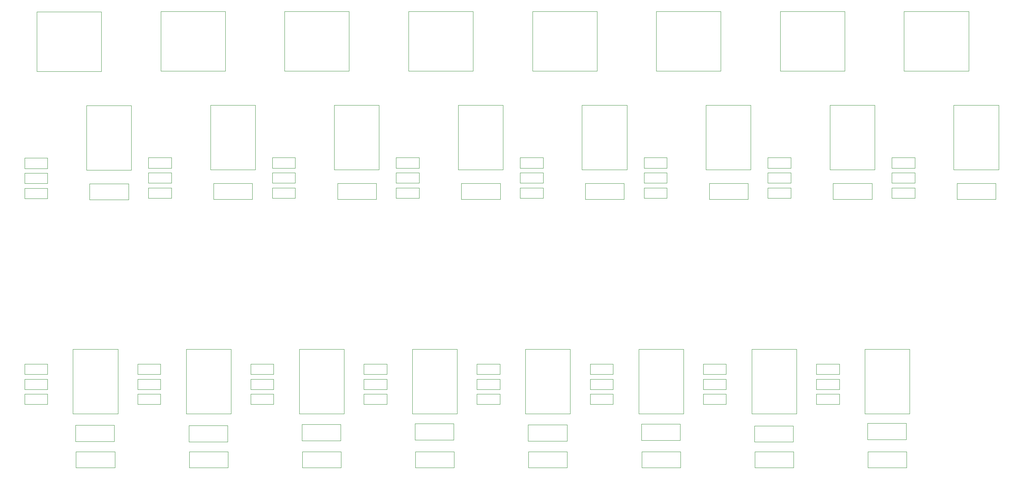
<source format=gbr>
G04 #@! TF.GenerationSoftware,KiCad,Pcbnew,9.0.0*
G04 #@! TF.CreationDate,2025-06-12T15:22:14-04:00*
G04 #@! TF.ProjectId,Oblique Palette 0.5.1 PCB Main,4f626c69-7175-4652-9050-616c65747465,rev?*
G04 #@! TF.SameCoordinates,Original*
G04 #@! TF.FileFunction,Other,User*
%FSLAX46Y46*%
G04 Gerber Fmt 4.6, Leading zero omitted, Abs format (unit mm)*
G04 Created by KiCad (PCBNEW 9.0.0) date 2025-06-12 15:22:14*
%MOMM*%
%LPD*%
G01*
G04 APERTURE LIST*
%ADD10C,0.050000*%
G04 APERTURE END LIST*
D10*
G04 #@! TO.C,J56*
X131675000Y-118380000D02*
X140325000Y-118380000D01*
X131675000Y-121930000D02*
X131675000Y-118380000D01*
X140325000Y-118380000D02*
X140325000Y-121930000D01*
X140325000Y-121930000D02*
X131675000Y-121930000D01*
G04 #@! TO.C,J2*
X30582763Y-112482794D02*
X30582763Y-116082794D01*
X30582763Y-116082794D02*
X39232763Y-116082794D01*
X39232763Y-112482794D02*
X30582763Y-112482794D01*
X39232763Y-116082794D02*
X39232763Y-112482794D01*
G04 #@! TO.C,RV2*
X49567000Y-20170000D02*
X49567000Y-33470000D01*
X49567000Y-33470000D02*
X63967000Y-33470000D01*
X63967000Y-20170000D02*
X49567000Y-20170000D01*
X63967000Y-33470000D02*
X63967000Y-20170000D01*
G04 #@! TO.C,D75*
X170670000Y-102200000D02*
X170670000Y-104500000D01*
X170670000Y-104500000D02*
X175790000Y-104500000D01*
X175790000Y-102200000D02*
X170670000Y-102200000D01*
X175790000Y-104500000D02*
X175790000Y-102200000D01*
G04 #@! TO.C,D2*
X19170000Y-59610000D02*
X19170000Y-61910000D01*
X19170000Y-61910000D02*
X24290000Y-61910000D01*
X24290000Y-59610000D02*
X19170000Y-59610000D01*
X24290000Y-61910000D02*
X24290000Y-59610000D01*
G04 #@! TO.C,RV3*
X77224000Y-20170000D02*
X77224000Y-33470000D01*
X77224000Y-33470000D02*
X91624000Y-33470000D01*
X91624000Y-20170000D02*
X77224000Y-20170000D01*
X91624000Y-33470000D02*
X91624000Y-20170000D01*
G04 #@! TO.C,J42*
X30000000Y-109980000D02*
X30000000Y-95580000D01*
X40000000Y-95580000D02*
X30000000Y-95580000D01*
X40000000Y-109980000D02*
X30000000Y-109980000D01*
X40000000Y-109980000D02*
X40000000Y-95580000D01*
G04 #@! TO.C,D67*
X120170000Y-102200000D02*
X120170000Y-104500000D01*
X120170000Y-104500000D02*
X125290000Y-104500000D01*
X125290000Y-102200000D02*
X120170000Y-102200000D01*
X125290000Y-104500000D02*
X125290000Y-102200000D01*
G04 #@! TO.C,J16*
X33730000Y-58610000D02*
X42380000Y-58610000D01*
X33730000Y-62160000D02*
X33730000Y-58610000D01*
X42380000Y-58610000D02*
X42380000Y-62160000D01*
X42380000Y-62160000D02*
X33730000Y-62160000D01*
G04 #@! TO.C,D58*
X69670000Y-105550000D02*
X69670000Y-107850000D01*
X69670000Y-107850000D02*
X74790000Y-107850000D01*
X74790000Y-105550000D02*
X69670000Y-105550000D01*
X74790000Y-107850000D02*
X74790000Y-105550000D01*
G04 #@! TO.C,D32*
X157455000Y-59520000D02*
X157455000Y-61820000D01*
X157455000Y-61820000D02*
X162575000Y-61820000D01*
X162575000Y-59520000D02*
X157455000Y-59520000D01*
X162575000Y-61820000D02*
X162575000Y-59520000D01*
G04 #@! TO.C,D18*
X74484000Y-52820000D02*
X74484000Y-55120000D01*
X74484000Y-55120000D02*
X79604000Y-55120000D01*
X79604000Y-52820000D02*
X74484000Y-52820000D01*
X79604000Y-55120000D02*
X79604000Y-52820000D01*
G04 #@! TO.C,D78*
X195920000Y-105550000D02*
X195920000Y-107850000D01*
X195920000Y-107850000D02*
X201040000Y-107850000D01*
X201040000Y-105550000D02*
X195920000Y-105550000D01*
X201040000Y-107850000D02*
X201040000Y-105550000D01*
G04 #@! TO.C,D56*
X44420000Y-98850000D02*
X44420000Y-101150000D01*
X44420000Y-101150000D02*
X49540000Y-101150000D01*
X49540000Y-98850000D02*
X44420000Y-98850000D01*
X49540000Y-101150000D02*
X49540000Y-98850000D01*
G04 #@! TO.C,RV8*
X215509000Y-20170000D02*
X215509000Y-33470000D01*
X215509000Y-33470000D02*
X229909000Y-33470000D01*
X229909000Y-20170000D02*
X215509000Y-20170000D01*
X229909000Y-33470000D02*
X229909000Y-20170000D01*
G04 #@! TO.C,D24*
X102141000Y-52820000D02*
X102141000Y-55120000D01*
X102141000Y-55120000D02*
X107261000Y-55120000D01*
X107261000Y-52820000D02*
X102141000Y-52820000D01*
X107261000Y-55120000D02*
X107261000Y-52820000D01*
G04 #@! TO.C,J46*
X55250000Y-109980000D02*
X55250000Y-95580000D01*
X65250000Y-95580000D02*
X55250000Y-95580000D01*
X65250000Y-109980000D02*
X55250000Y-109980000D01*
X65250000Y-109980000D02*
X65250000Y-95580000D01*
G04 #@! TO.C,J44*
X55925000Y-118380000D02*
X64575000Y-118380000D01*
X55925000Y-121930000D02*
X55925000Y-118380000D01*
X64575000Y-118380000D02*
X64575000Y-121930000D01*
X64575000Y-121930000D02*
X55925000Y-121930000D01*
G04 #@! TO.C,D48*
X212769000Y-52820000D02*
X212769000Y-55120000D01*
X212769000Y-55120000D02*
X217889000Y-55120000D01*
X217889000Y-52820000D02*
X212769000Y-52820000D01*
X217889000Y-55120000D02*
X217889000Y-52820000D01*
G04 #@! TO.C,D36*
X157455000Y-52820000D02*
X157455000Y-55120000D01*
X157455000Y-55120000D02*
X162575000Y-55120000D01*
X162575000Y-52820000D02*
X157455000Y-52820000D01*
X162575000Y-55120000D02*
X162575000Y-52820000D01*
G04 #@! TO.C,J31*
X172015000Y-58520000D02*
X180665000Y-58520000D01*
X172015000Y-62070000D02*
X172015000Y-58520000D01*
X180665000Y-58520000D02*
X180665000Y-62070000D01*
X180665000Y-62070000D02*
X172015000Y-62070000D01*
G04 #@! TO.C,J7*
X106343477Y-112158108D02*
X106343477Y-115758108D01*
X106343477Y-115758108D02*
X114993477Y-115758108D01*
X114993477Y-112158108D02*
X106343477Y-112158108D01*
X114993477Y-115758108D02*
X114993477Y-112158108D01*
G04 #@! TO.C,RV4*
X104881000Y-20170000D02*
X104881000Y-33470000D01*
X104881000Y-33470000D02*
X119281000Y-33470000D01*
X119281000Y-20170000D02*
X104881000Y-20170000D01*
X119281000Y-33470000D02*
X119281000Y-20170000D01*
G04 #@! TO.C,D38*
X185112000Y-59520000D02*
X185112000Y-61820000D01*
X185112000Y-61820000D02*
X190232000Y-61820000D01*
X190232000Y-59520000D02*
X185112000Y-59520000D01*
X190232000Y-61820000D02*
X190232000Y-59520000D01*
G04 #@! TO.C,J13*
X182104192Y-112645137D02*
X182104192Y-116245137D01*
X182104192Y-116245137D02*
X190754192Y-116245137D01*
X190754192Y-112645137D02*
X182104192Y-112645137D01*
X190754192Y-116245137D02*
X190754192Y-112645137D01*
G04 #@! TO.C,D76*
X170670000Y-98850000D02*
X170670000Y-101150000D01*
X170670000Y-101150000D02*
X175790000Y-101150000D01*
X175790000Y-98850000D02*
X170670000Y-98850000D01*
X175790000Y-101150000D02*
X175790000Y-98850000D01*
G04 #@! TO.C,D66*
X120170000Y-105550000D02*
X120170000Y-107850000D01*
X120170000Y-107850000D02*
X125290000Y-107850000D01*
X125290000Y-105550000D02*
X120170000Y-105550000D01*
X125290000Y-107850000D02*
X125290000Y-105550000D01*
G04 #@! TO.C,J11*
X156850620Y-112239279D02*
X156850620Y-115839279D01*
X156850620Y-115839279D02*
X165500620Y-115839279D01*
X165500620Y-112239279D02*
X156850620Y-112239279D01*
X165500620Y-115839279D02*
X165500620Y-112239279D01*
G04 #@! TO.C,D64*
X94920000Y-98850000D02*
X94920000Y-101150000D01*
X94920000Y-101150000D02*
X100040000Y-101150000D01*
X100040000Y-98850000D02*
X94920000Y-98850000D01*
X100040000Y-101150000D02*
X100040000Y-98850000D01*
G04 #@! TO.C,RV5*
X132538000Y-20170000D02*
X132538000Y-33470000D01*
X132538000Y-33470000D02*
X146938000Y-33470000D01*
X146938000Y-20170000D02*
X132538000Y-20170000D01*
X146938000Y-33470000D02*
X146938000Y-20170000D01*
G04 #@! TO.C,D8*
X46827000Y-59520000D02*
X46827000Y-61820000D01*
X46827000Y-61820000D02*
X51947000Y-61820000D01*
X51947000Y-59520000D02*
X46827000Y-59520000D01*
X51947000Y-61820000D02*
X51947000Y-59520000D01*
G04 #@! TO.C,J4*
X55836334Y-112563965D02*
X55836334Y-116163965D01*
X55836334Y-116163965D02*
X64486334Y-116163965D01*
X64486334Y-112563965D02*
X55836334Y-112563965D01*
X64486334Y-116163965D02*
X64486334Y-112563965D01*
G04 #@! TO.C,D71*
X145420000Y-102200000D02*
X145420000Y-104500000D01*
X145420000Y-104500000D02*
X150540000Y-104500000D01*
X150540000Y-102200000D02*
X145420000Y-102200000D01*
X150540000Y-104500000D02*
X150540000Y-102200000D01*
G04 #@! TO.C,J25*
X116701000Y-58520000D02*
X125351000Y-58520000D01*
X116701000Y-62070000D02*
X116701000Y-58520000D01*
X125351000Y-58520000D02*
X125351000Y-62070000D01*
X125351000Y-62070000D02*
X116701000Y-62070000D01*
G04 #@! TO.C,J14*
X207357763Y-112076936D02*
X207357763Y-115676936D01*
X207357763Y-115676936D02*
X216007763Y-115676936D01*
X216007763Y-112076936D02*
X207357763Y-112076936D01*
X216007763Y-115676936D02*
X216007763Y-112076936D01*
G04 #@! TO.C,J17*
X33000000Y-41210000D02*
X33000000Y-55610000D01*
X33000000Y-41210000D02*
X43000000Y-41210000D01*
X33000000Y-55610000D02*
X43000000Y-55610000D01*
X43000000Y-41210000D02*
X43000000Y-55610000D01*
G04 #@! TO.C,D74*
X170670000Y-105550000D02*
X170670000Y-107850000D01*
X170670000Y-107850000D02*
X175790000Y-107850000D01*
X175790000Y-105550000D02*
X170670000Y-105550000D01*
X175790000Y-107850000D02*
X175790000Y-105550000D01*
G04 #@! TO.C,D68*
X120170000Y-98850000D02*
X120170000Y-101150000D01*
X120170000Y-101150000D02*
X125290000Y-101150000D01*
X125290000Y-98850000D02*
X120170000Y-98850000D01*
X125290000Y-101150000D02*
X125290000Y-98850000D01*
G04 #@! TO.C,J20*
X60657000Y-41120000D02*
X60657000Y-55520000D01*
X60657000Y-41120000D02*
X70657000Y-41120000D01*
X60657000Y-55520000D02*
X70657000Y-55520000D01*
X70657000Y-41120000D02*
X70657000Y-55520000D01*
G04 #@! TO.C,J40*
X30675000Y-118380000D02*
X39325000Y-118380000D01*
X30675000Y-121930000D02*
X30675000Y-118380000D01*
X39325000Y-118380000D02*
X39325000Y-121930000D01*
X39325000Y-121930000D02*
X30675000Y-121930000D01*
G04 #@! TO.C,J9*
X131597049Y-112401622D02*
X131597049Y-116001622D01*
X131597049Y-116001622D02*
X140247049Y-116001622D01*
X140247049Y-112401622D02*
X131597049Y-112401622D01*
X140247049Y-116001622D02*
X140247049Y-112401622D01*
G04 #@! TO.C,D80*
X195920000Y-98850000D02*
X195920000Y-101150000D01*
X195920000Y-101150000D02*
X201040000Y-101150000D01*
X201040000Y-98850000D02*
X195920000Y-98850000D01*
X201040000Y-101150000D02*
X201040000Y-98850000D01*
G04 #@! TO.C,D3*
X19170000Y-56260000D02*
X19170000Y-58560000D01*
X19170000Y-58560000D02*
X24290000Y-58560000D01*
X24290000Y-56260000D02*
X19170000Y-56260000D01*
X24290000Y-58560000D02*
X24290000Y-56260000D01*
G04 #@! TO.C,D62*
X94920000Y-105550000D02*
X94920000Y-107850000D01*
X94920000Y-107850000D02*
X100040000Y-107850000D01*
X100040000Y-105550000D02*
X94920000Y-105550000D01*
X100040000Y-107850000D02*
X100040000Y-105550000D01*
G04 #@! TO.C,D50*
X19170000Y-105550000D02*
X19170000Y-107850000D01*
X19170000Y-107850000D02*
X24290000Y-107850000D01*
X24290000Y-105550000D02*
X19170000Y-105550000D01*
X24290000Y-107850000D02*
X24290000Y-105550000D01*
G04 #@! TO.C,J32*
X171285000Y-41120000D02*
X171285000Y-55520000D01*
X171285000Y-41120000D02*
X181285000Y-41120000D01*
X171285000Y-55520000D02*
X181285000Y-55520000D01*
X181285000Y-41120000D02*
X181285000Y-55520000D01*
G04 #@! TO.C,D15*
X74484000Y-56170000D02*
X74484000Y-58470000D01*
X74484000Y-58470000D02*
X79604000Y-58470000D01*
X79604000Y-56170000D02*
X74484000Y-56170000D01*
X79604000Y-58470000D02*
X79604000Y-56170000D01*
G04 #@! TO.C,J22*
X89044000Y-58520000D02*
X97694000Y-58520000D01*
X89044000Y-62070000D02*
X89044000Y-58520000D01*
X97694000Y-58520000D02*
X97694000Y-62070000D01*
X97694000Y-62070000D02*
X89044000Y-62070000D01*
G04 #@! TO.C,J66*
X181500000Y-109980000D02*
X181500000Y-95580000D01*
X191500000Y-95580000D02*
X181500000Y-95580000D01*
X191500000Y-109980000D02*
X181500000Y-109980000D01*
X191500000Y-109980000D02*
X191500000Y-95580000D01*
G04 #@! TO.C,J28*
X144358000Y-58520000D02*
X153008000Y-58520000D01*
X144358000Y-62070000D02*
X144358000Y-58520000D01*
X153008000Y-58520000D02*
X153008000Y-62070000D01*
X153008000Y-62070000D02*
X144358000Y-62070000D01*
G04 #@! TO.C,D14*
X74484000Y-59520000D02*
X74484000Y-61820000D01*
X74484000Y-61820000D02*
X79604000Y-61820000D01*
X79604000Y-59520000D02*
X74484000Y-59520000D01*
X79604000Y-61820000D02*
X79604000Y-59520000D01*
G04 #@! TO.C,RV6*
X160195000Y-20170000D02*
X160195000Y-33470000D01*
X160195000Y-33470000D02*
X174595000Y-33470000D01*
X174595000Y-20170000D02*
X160195000Y-20170000D01*
X174595000Y-33470000D02*
X174595000Y-20170000D01*
G04 #@! TO.C,D59*
X69670000Y-102200000D02*
X69670000Y-104500000D01*
X69670000Y-104500000D02*
X74790000Y-104500000D01*
X74790000Y-102200000D02*
X69670000Y-102200000D01*
X74790000Y-104500000D02*
X74790000Y-102200000D01*
G04 #@! TO.C,J62*
X156250000Y-109980000D02*
X156250000Y-95580000D01*
X166250000Y-95580000D02*
X156250000Y-95580000D01*
X166250000Y-109980000D02*
X156250000Y-109980000D01*
X166250000Y-109980000D02*
X166250000Y-95580000D01*
G04 #@! TO.C,D60*
X69670000Y-98850000D02*
X69670000Y-101150000D01*
X69670000Y-101150000D02*
X74790000Y-101150000D01*
X74790000Y-98850000D02*
X69670000Y-98850000D01*
X74790000Y-101150000D02*
X74790000Y-98850000D01*
G04 #@! TO.C,J19*
X61387000Y-58520000D02*
X70037000Y-58520000D01*
X61387000Y-62070000D02*
X61387000Y-58520000D01*
X70037000Y-58520000D02*
X70037000Y-62070000D01*
X70037000Y-62070000D02*
X61387000Y-62070000D01*
G04 #@! TO.C,D30*
X129798000Y-52820000D02*
X129798000Y-55120000D01*
X129798000Y-55120000D02*
X134918000Y-55120000D01*
X134918000Y-52820000D02*
X129798000Y-52820000D01*
X134918000Y-55120000D02*
X134918000Y-52820000D01*
G04 #@! TO.C,D63*
X94920000Y-102200000D02*
X94920000Y-104500000D01*
X94920000Y-104500000D02*
X100040000Y-104500000D01*
X100040000Y-102200000D02*
X94920000Y-102200000D01*
X100040000Y-104500000D02*
X100040000Y-102200000D01*
G04 #@! TO.C,J64*
X182175000Y-118380000D02*
X190825000Y-118380000D01*
X182175000Y-121930000D02*
X182175000Y-118380000D01*
X190825000Y-118380000D02*
X190825000Y-121930000D01*
X190825000Y-121930000D02*
X182175000Y-121930000D01*
G04 #@! TO.C,D42*
X185112000Y-52820000D02*
X185112000Y-55120000D01*
X185112000Y-55120000D02*
X190232000Y-55120000D01*
X190232000Y-52820000D02*
X185112000Y-52820000D01*
X190232000Y-55120000D02*
X190232000Y-52820000D01*
G04 #@! TO.C,J34*
X199672000Y-58520000D02*
X208322000Y-58520000D01*
X199672000Y-62070000D02*
X199672000Y-58520000D01*
X208322000Y-58520000D02*
X208322000Y-62070000D01*
X208322000Y-62070000D02*
X199672000Y-62070000D01*
G04 #@! TO.C,J35*
X198942000Y-41120000D02*
X198942000Y-55520000D01*
X198942000Y-41120000D02*
X208942000Y-41120000D01*
X198942000Y-55520000D02*
X208942000Y-55520000D01*
X208942000Y-41120000D02*
X208942000Y-55520000D01*
G04 #@! TO.C,J23*
X88314000Y-41120000D02*
X88314000Y-55520000D01*
X88314000Y-41120000D02*
X98314000Y-41120000D01*
X88314000Y-55520000D02*
X98314000Y-55520000D01*
X98314000Y-41120000D02*
X98314000Y-55520000D01*
G04 #@! TO.C,J68*
X207425000Y-118380000D02*
X216075000Y-118380000D01*
X207425000Y-121930000D02*
X207425000Y-118380000D01*
X216075000Y-118380000D02*
X216075000Y-121930000D01*
X216075000Y-121930000D02*
X207425000Y-121930000D01*
G04 #@! TO.C,J29*
X143628000Y-41120000D02*
X143628000Y-55520000D01*
X143628000Y-41120000D02*
X153628000Y-41120000D01*
X143628000Y-55520000D02*
X153628000Y-55520000D01*
X153628000Y-41120000D02*
X153628000Y-55520000D01*
G04 #@! TO.C,D26*
X129798000Y-59520000D02*
X129798000Y-61820000D01*
X129798000Y-61820000D02*
X134918000Y-61820000D01*
X134918000Y-59520000D02*
X129798000Y-59520000D01*
X134918000Y-61820000D02*
X134918000Y-59520000D01*
G04 #@! TO.C,J58*
X131000000Y-109980000D02*
X131000000Y-95580000D01*
X141000000Y-95580000D02*
X131000000Y-95580000D01*
X141000000Y-109980000D02*
X131000000Y-109980000D01*
X141000000Y-109980000D02*
X141000000Y-95580000D01*
G04 #@! TO.C,D20*
X102141000Y-59520000D02*
X102141000Y-61820000D01*
X102141000Y-61820000D02*
X107261000Y-61820000D01*
X107261000Y-59520000D02*
X102141000Y-59520000D01*
X107261000Y-61820000D02*
X107261000Y-59520000D01*
G04 #@! TO.C,RV1*
X21910000Y-20260000D02*
X21910000Y-33560000D01*
X21910000Y-33560000D02*
X36310000Y-33560000D01*
X36310000Y-20260000D02*
X21910000Y-20260000D01*
X36310000Y-33560000D02*
X36310000Y-20260000D01*
G04 #@! TO.C,J70*
X206750000Y-109980000D02*
X206750000Y-95580000D01*
X216750000Y-95580000D02*
X206750000Y-95580000D01*
X216750000Y-109980000D02*
X206750000Y-109980000D01*
X216750000Y-109980000D02*
X216750000Y-95580000D01*
G04 #@! TO.C,D21*
X102141000Y-56170000D02*
X102141000Y-58470000D01*
X102141000Y-58470000D02*
X107261000Y-58470000D01*
X107261000Y-56170000D02*
X102141000Y-56170000D01*
X107261000Y-58470000D02*
X107261000Y-56170000D01*
G04 #@! TO.C,D45*
X212769000Y-56170000D02*
X212769000Y-58470000D01*
X212769000Y-58470000D02*
X217889000Y-58470000D01*
X217889000Y-56170000D02*
X212769000Y-56170000D01*
X217889000Y-58470000D02*
X217889000Y-56170000D01*
G04 #@! TO.C,J26*
X115971000Y-41120000D02*
X115971000Y-55520000D01*
X115971000Y-41120000D02*
X125971000Y-41120000D01*
X115971000Y-55520000D02*
X125971000Y-55520000D01*
X125971000Y-41120000D02*
X125971000Y-55520000D01*
G04 #@! TO.C,D72*
X145420000Y-98850000D02*
X145420000Y-101150000D01*
X145420000Y-101150000D02*
X150540000Y-101150000D01*
X150540000Y-98850000D02*
X145420000Y-98850000D01*
X150540000Y-101150000D02*
X150540000Y-98850000D01*
G04 #@! TO.C,D44*
X212769000Y-59520000D02*
X212769000Y-61820000D01*
X212769000Y-61820000D02*
X217889000Y-61820000D01*
X217889000Y-59520000D02*
X212769000Y-59520000D01*
X217889000Y-61820000D02*
X217889000Y-59520000D01*
G04 #@! TO.C,D55*
X44420000Y-102200000D02*
X44420000Y-104500000D01*
X44420000Y-104500000D02*
X49540000Y-104500000D01*
X49540000Y-102200000D02*
X44420000Y-102200000D01*
X49540000Y-104500000D02*
X49540000Y-102200000D01*
G04 #@! TO.C,D39*
X185112000Y-56170000D02*
X185112000Y-58470000D01*
X185112000Y-58470000D02*
X190232000Y-58470000D01*
X190232000Y-56170000D02*
X185112000Y-56170000D01*
X190232000Y-58470000D02*
X190232000Y-56170000D01*
G04 #@! TO.C,J38*
X226599000Y-41120000D02*
X226599000Y-55520000D01*
X226599000Y-41120000D02*
X236599000Y-41120000D01*
X226599000Y-55520000D02*
X236599000Y-55520000D01*
X236599000Y-41120000D02*
X236599000Y-55520000D01*
G04 #@! TO.C,J37*
X227329000Y-58520000D02*
X235979000Y-58520000D01*
X227329000Y-62070000D02*
X227329000Y-58520000D01*
X235979000Y-58520000D02*
X235979000Y-62070000D01*
X235979000Y-62070000D02*
X227329000Y-62070000D01*
G04 #@! TO.C,D27*
X129798000Y-56170000D02*
X129798000Y-58470000D01*
X129798000Y-58470000D02*
X134918000Y-58470000D01*
X134918000Y-56170000D02*
X129798000Y-56170000D01*
X134918000Y-58470000D02*
X134918000Y-56170000D01*
G04 #@! TO.C,D70*
X145420000Y-105550000D02*
X145420000Y-107850000D01*
X145420000Y-107850000D02*
X150540000Y-107850000D01*
X150540000Y-105550000D02*
X145420000Y-105550000D01*
X150540000Y-107850000D02*
X150540000Y-105550000D01*
G04 #@! TO.C,J5*
X81089906Y-112320451D02*
X81089906Y-115920451D01*
X81089906Y-115920451D02*
X89739906Y-115920451D01*
X89739906Y-112320451D02*
X81089906Y-112320451D01*
X89739906Y-115920451D02*
X89739906Y-112320451D01*
G04 #@! TO.C,J54*
X105750000Y-109980000D02*
X105750000Y-95580000D01*
X115750000Y-95580000D02*
X105750000Y-95580000D01*
X115750000Y-109980000D02*
X105750000Y-109980000D01*
X115750000Y-109980000D02*
X115750000Y-95580000D01*
G04 #@! TO.C,D54*
X44420000Y-105550000D02*
X44420000Y-107850000D01*
X44420000Y-107850000D02*
X49540000Y-107850000D01*
X49540000Y-105550000D02*
X44420000Y-105550000D01*
X49540000Y-107850000D02*
X49540000Y-105550000D01*
G04 #@! TO.C,D52*
X19170000Y-98850000D02*
X19170000Y-101150000D01*
X19170000Y-101150000D02*
X24290000Y-101150000D01*
X24290000Y-98850000D02*
X19170000Y-98850000D01*
X24290000Y-101150000D02*
X24290000Y-98850000D01*
G04 #@! TO.C,D6*
X19170000Y-52910000D02*
X19170000Y-55210000D01*
X19170000Y-55210000D02*
X24290000Y-55210000D01*
X24290000Y-52910000D02*
X19170000Y-52910000D01*
X24290000Y-55210000D02*
X24290000Y-52910000D01*
G04 #@! TO.C,D12*
X46827000Y-52820000D02*
X46827000Y-55120000D01*
X46827000Y-55120000D02*
X51947000Y-55120000D01*
X51947000Y-52820000D02*
X46827000Y-52820000D01*
X51947000Y-55120000D02*
X51947000Y-52820000D01*
G04 #@! TO.C,D9*
X46827000Y-56170000D02*
X46827000Y-58470000D01*
X46827000Y-58470000D02*
X51947000Y-58470000D01*
X51947000Y-56170000D02*
X46827000Y-56170000D01*
X51947000Y-58470000D02*
X51947000Y-56170000D01*
G04 #@! TO.C,J48*
X81175000Y-118380000D02*
X89825000Y-118380000D01*
X81175000Y-121930000D02*
X81175000Y-118380000D01*
X89825000Y-118380000D02*
X89825000Y-121930000D01*
X89825000Y-121930000D02*
X81175000Y-121930000D01*
G04 #@! TO.C,D51*
X19170000Y-102200000D02*
X19170000Y-104500000D01*
X19170000Y-104500000D02*
X24290000Y-104500000D01*
X24290000Y-102200000D02*
X19170000Y-102200000D01*
X24290000Y-104500000D02*
X24290000Y-102200000D01*
G04 #@! TO.C,D79*
X195920000Y-102200000D02*
X195920000Y-104500000D01*
X195920000Y-104500000D02*
X201040000Y-104500000D01*
X201040000Y-102200000D02*
X195920000Y-102200000D01*
X201040000Y-104500000D02*
X201040000Y-102200000D01*
G04 #@! TO.C,RV7*
X187852000Y-20170000D02*
X187852000Y-33470000D01*
X187852000Y-33470000D02*
X202252000Y-33470000D01*
X202252000Y-20170000D02*
X187852000Y-20170000D01*
X202252000Y-33470000D02*
X202252000Y-20170000D01*
G04 #@! TO.C,D33*
X157455000Y-56170000D02*
X157455000Y-58470000D01*
X157455000Y-58470000D02*
X162575000Y-58470000D01*
X162575000Y-56170000D02*
X157455000Y-56170000D01*
X162575000Y-58470000D02*
X162575000Y-56170000D01*
G04 #@! TO.C,J52*
X106425000Y-118380000D02*
X115075000Y-118380000D01*
X106425000Y-121930000D02*
X106425000Y-118380000D01*
X115075000Y-118380000D02*
X115075000Y-121930000D01*
X115075000Y-121930000D02*
X106425000Y-121930000D01*
G04 #@! TO.C,J50*
X80500000Y-109980000D02*
X80500000Y-95580000D01*
X90500000Y-95580000D02*
X80500000Y-95580000D01*
X90500000Y-109980000D02*
X80500000Y-109980000D01*
X90500000Y-109980000D02*
X90500000Y-95580000D01*
G04 #@! TO.C,J60*
X156925000Y-118380000D02*
X165575000Y-118380000D01*
X156925000Y-121930000D02*
X156925000Y-118380000D01*
X165575000Y-118380000D02*
X165575000Y-121930000D01*
X165575000Y-121930000D02*
X156925000Y-121930000D01*
G04 #@! TD*
M02*

</source>
